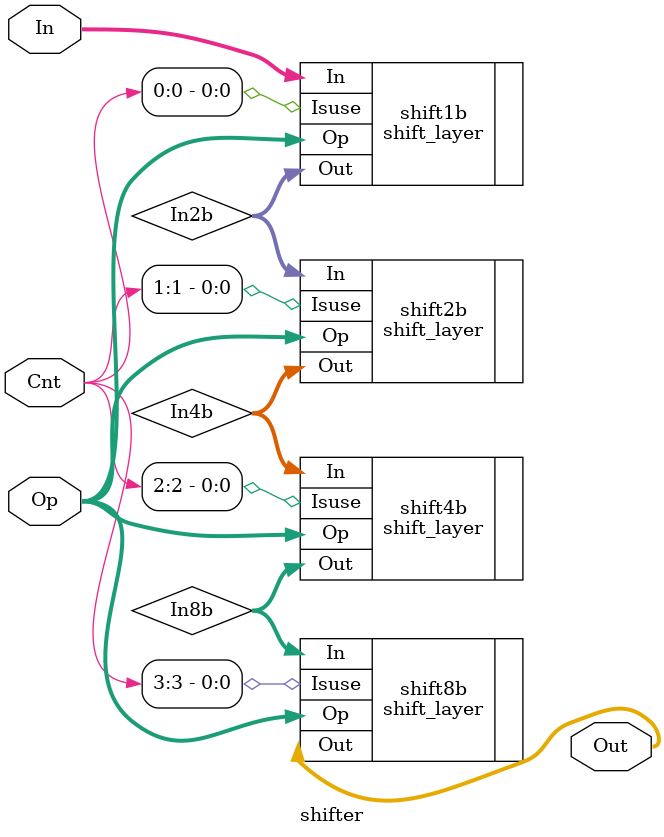
<source format=v>
/*
    CS/ECE 552 Spring '20
    Homework #2, Problem 1
    
    A barrel shifter module.  It is designed to shift a number via rotate
    left, shift left, shift right arithmetic, or shift right logical based
    on the Op() value that is passed in (2 bit number).  It uses these
    shifts to shift the value any number of bits between 0 and 15 bits.
 */
module shifter (In, Cnt, Op, Out);

   // declare constant for size of inputs, outputs (N) and # bits to shift (C)
   parameter   N = 16;
   parameter   C = 4;
   parameter   O = 2;

   input [N-1:0]   In;
   input [C-1:0]   Cnt;
   input [O-1:0]   Op;
   output [N-1:0]  Out;

   /* YOUR CODE HERE */
    wire [N-1:0] In2b, In4b, In8b;
    shift_layer #(16, 1, 2) shift1b (.In(In), .Isuse(Cnt[0]), .Op(Op), .Out(In2b));
    shift_layer #(16, 2, 2) shift2b (.In(In2b), .Isuse(Cnt[1]), .Op(Op), .Out(In4b));
    shift_layer #(16, 4, 2) shift4b (.In(In4b), .Isuse(Cnt[2]), .Op(Op), .Out(In8b));
    shift_layer #(16, 8, 2) shift8b (.In(In8b), .Isuse(Cnt[3]), .Op(Op), .Out(Out));
   
endmodule

</source>
